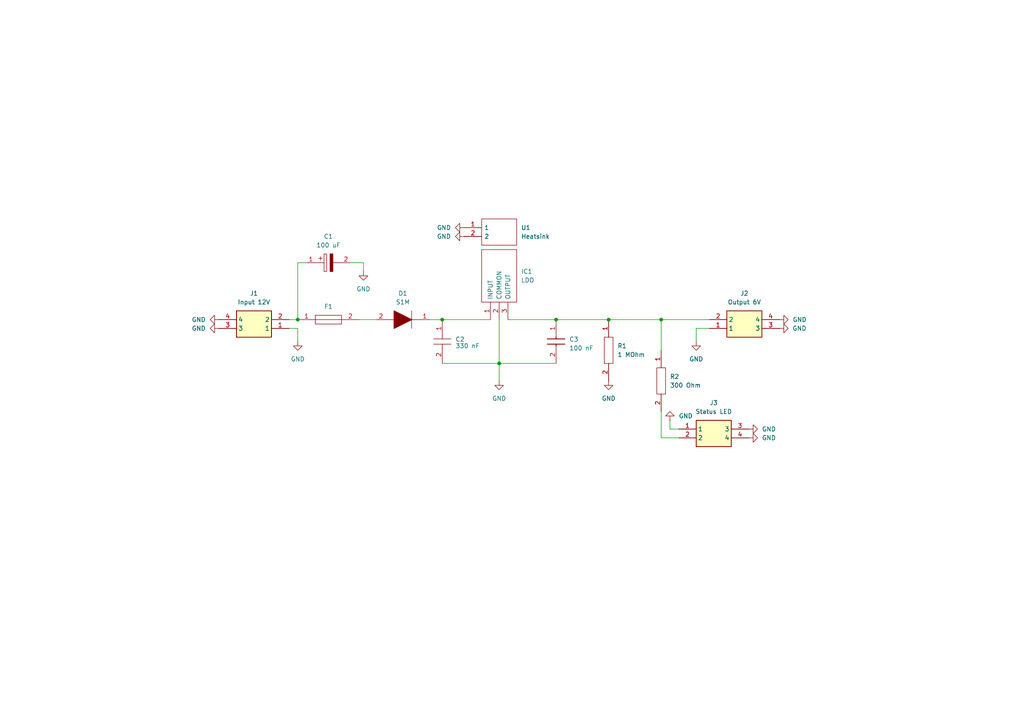
<source format=kicad_sch>
(kicad_sch (version 20231120) (generator "eeschema") (generator_version "8.0")
  (paper "A4")
  (title_block (title "Voltage Regulator for LNA ZX60-14LN-S+") (date "2024-11-06") (rev "1.0"))
  (lib_symbols
    (symbol "43650-0211:43650-0211"
      (property "Reference" "J" (at 16.51 7.62 0))
      (property "Value" "43650-0211" (at 16.51 5.08 0))
      (symbol "43650-0211_1_1"
        (rectangle (start 5.08 2.54) (end 15.24 -5.08) (stroke (width 0.254)) (fill (type background)))
        (pin passive line (at 20.32 -2.54 180) (length 5.08) (name "1") (number "1"))
        (pin passive line (at 20.32 0 180) (length 5.08) (name "2") (number "2"))
        (pin passive line (at 0 -2.54 0) (length 5.08) (name "3") (number "3"))
        (pin passive line (at 0 0 0) (length 5.08) (name "4") (number "4"))
      )
    )
    (symbol "Capacitor_Ceramic_100nF_muRata:GCM21BR72A104KA37L"
      (property "Reference" "C" (at 8.89 6.35 0))
      (symbol "GCM21BR72A104KA37L_1_0"
        (polyline (pts (xy 5.08 0) (xy 5.588 0)) (stroke (width 0.254)))
        (polyline (pts (xy 5.588 2.54) (xy 5.588 -2.54)) (stroke (width 0.254)))
        (polyline (pts (xy 7.112 0) (xy 7.62 0)) (stroke (width 0.254)))
        (polyline (pts (xy 7.112 2.54) (xy 7.112 -2.54)) (stroke (width 0.254)))
        (pin bidirectional line (at 0 0 0) (length 5.08) (name "1") (number "1"))
        (pin bidirectional line (at 12.7 0 180) (length 5.08) (name "2") (number "2"))
      )
    )
    (symbol "Capacitor_Ceramic_330nF_muRata:GRM21AR72A334KAC5L" (pin_names (offset 0.762))
      (property "Reference" "C" (at 8.89 6.35 0))
      (property "Value" "GRM21AR72A334KAC5L" (at 8.89 3.81 0))
      (symbol "GRM21AR72A334KAC5L_0_0"
        (pin passive line (at 0 0 0) (length 5.08) (name "~") (number "1"))
        (pin passive line (at 12.7 0 180) (length 5.08) (name "~") (number "2"))
      )
      (symbol "GRM21AR72A334KAC5L_0_1"
        (polyline (pts (xy 5.08 0) (xy 5.588 0)) (stroke (width 0.1524)))
        (polyline (pts (xy 5.588 2.54) (xy 5.588 -2.54)) (stroke (width 0.1524)))
        (polyline (pts (xy 7.112 0) (xy 7.62 0)) (stroke (width 0.1524)))
        (polyline (pts (xy 7.112 2.54) (xy 7.112 -2.54)) (stroke (width 0.1524)))
      )
    )
    (symbol "Capacitor_Tantalum_100uF_KEMET:T491X107K025AT" (pin_names (offset 0.762))
      (property "Reference" "C" (at 8.89 6.35 0))
      (property "Value" "T491X107K025AT" (at 8.89 3.81 0))
      (symbol "T491X107K025AT_0_0"
        (pin passive line (at 0 0 0) (length 2.54) (name "~") (number "1"))
        (pin passive line (at 12.7 0 180) (length 2.54) (name "~") (number "2"))
      )
      (symbol "T491X107K025AT_0_1"
        (polyline (pts (xy 2.54 0) (xy 5.08 0)) (stroke (width 0.1524)))
        (polyline (pts (xy 4.064 1.778) (xy 4.064 0.762)) (stroke (width 0.1524)))
        (polyline (pts (xy 4.572 1.27) (xy 3.556 1.27)) (stroke (width 0.1524)))
        (polyline (pts (xy 7.62 0) (xy 10.16 0)) (stroke (width 0.1524)))
        (polyline (pts (xy 5.08 2.54) (xy 5.08 -2.54) (xy 5.842 -2.54) (xy 5.842 2.54) (xy 5.08 2.54)) (stroke (width 0.1524)))
        (polyline (pts (xy 7.62 2.54) (xy 7.62 -2.54) (xy 6.858 -2.54) (xy 6.858 2.54) (xy 7.62 2.54)) (stroke (width 0.254)) (fill (type outline)))
      )
    )
    (symbol "Diode_1000V_1A_DO-2014AC:S1M" (pin_names (offset 0.762))
      (property "Reference" "D" (at 11.43 5.08 0))
      (property "Value" "S1M" (at 11.43 2.54 0))
      (symbol "S1M_0_0"
        (pin passive line (at 0 0 0) (length 2.54) (name "~") (number "1"))
        (pin passive line (at 15.24 0 180) (length 2.54) (name "~") (number "2"))
      )
      (symbol "S1M_0_1"
        (polyline (pts (xy 2.54 0) (xy 5.08 0)) (stroke (width 0.1524)))
        (polyline (pts (xy 5.08 2.54) (xy 5.08 -2.54)) (stroke (width 0.1524)))
        (polyline (pts (xy 10.16 0) (xy 12.7 0)) (stroke (width 0.1524)))
        (polyline (pts (xy 5.08 0) (xy 10.16 2.54) (xy 10.16 -2.54) (xy 5.08 0)) (stroke (width 0.254)) (fill (type outline)))
      )
    )
    (symbol "Fuse_1A_HolderAndFuse:0154001.DRT" (pin_names (offset 0.762))
      (property "Reference" "F" (at 13.97 6.35 0))
      (property "Value" "0154001.DRT" (at 13.97 3.81 0))
      (symbol "0154001.DRT_0_0"
        (pin passive line (at 0 0 0) (length 5.08) (name "~") (number "1"))
        (pin passive line (at 17.78 0 180) (length 5.08) (name "~") (number "2"))
      )
      (symbol "0154001.DRT_0_1"
        (polyline (pts (xy 5.08 0) (xy 12.7 0)) (stroke (width 0.1524)))
        (polyline (pts (xy 5.08 1.27) (xy 12.7 1.27) (xy 12.7 -1.27) (xy 5.08 -1.27) (xy 5.08 1.27)) (stroke (width 0.1524)))
      )
    )
    (symbol "Heatsink_TO-220:513002B02500G" (pin_names (offset 0.762))
      (property "Reference" "U" (at 16.51 7.62 0))
      (property "Value" "513002B02500G" (at 16.51 5.08 0))
      (symbol "513002B02500G_0_0"
        (pin passive line (at 0 0 0) (length 5.08) (name "1") (number "1"))
        (pin passive line (at 0 -2.54 0) (length 5.08) (name "2") (number "2"))
      )
      (symbol "513002B02500G_0_1"
        (polyline (pts (xy 5.08 2.54) (xy 15.24 2.54) (xy 15.24 -5.08) (xy 5.08 -5.08) (xy 5.08 2.54)) (stroke (width 0.1524)))
      )
    )
    (symbol "LDO_21-6V_BA17806CP-E2:BA17806CP-E2" (pin_names (offset 0.762))
      (property "Reference" "IC" (at 21.59 7.62 0))
      (property "Value" "BA17806CP-E2" (at 21.59 5.08 0))
      (symbol "BA17806CP-E2_0_0"
        (pin passive line (at 0 0 0) (length 5.08) (name "INPUT") (number "1"))
        (pin passive line (at 0 -2.54 0) (length 5.08) (name "COMMON") (number "2"))
        (pin passive line (at 0 -5.08 0) (length 5.08) (name "OUTPUT") (number "3"))
      )
      (symbol "BA17806CP-E2_0_1"
        (polyline (pts (xy 5.08 2.54) (xy 20.32 2.54) (xy 20.32 -7.62) (xy 5.08 -7.62) (xy 5.08 2.54)) (stroke (width 0.1524)))
      )
    )
    (symbol "Resistor_1MOhm_ThinFilm_SMD:ERA-6AEB105V" (pin_names (offset 0.762))
      (property "Reference" "R" (at 13.97 6.35 0))
      (property "Value" "ERA-6AEB105V" (at 13.97 3.81 0))
      (symbol "ERA-6AEB105V_0_0"
        (pin passive line (at 0 0 0) (length 5.08) (name "~") (number "1"))
        (pin passive line (at 17.78 0 180) (length 5.08) (name "~") (number "2"))
      )
      (symbol "ERA-6AEB105V_0_1"
        (polyline (pts (xy 5.08 1.27) (xy 12.7 1.27) (xy 12.7 -1.27) (xy 5.08 -1.27) (xy 5.08 1.27)) (stroke (width 0.1524)))
      )
    )
    (symbol "Resistor_200Ohm_ThickFilm_SMD:ERJ-U1TF2000U" (pin_names (offset 0.762))
      (property "Reference" "R" (at 13.97 6.35 0))
      (property "Value" "ERJ-U1TF2000U" (at 13.97 3.81 0))
      (symbol "ERJ-U1TF2000U_0_0"
        (pin passive line (at 0 0 0) (length 5.08) (name "~") (number "1"))
        (pin passive line (at 17.78 0 180) (length 5.08) (name "~") (number "2"))
      )
      (symbol "ERJ-U1TF2000U_0_1"
        (polyline (pts (xy 5.08 1.27) (xy 12.7 1.27) (xy 12.7 -1.27) (xy 5.08 -1.27) (xy 5.08 1.27)) (stroke (width 0.1524)))
      )
    )
    (symbol "power:GND" (power) (pin_numbers hide) (pin_names (offset 0) hide)
      (property "Value" "GND" (at 0 -3.81 0))
      (symbol "GND_0_1"
        (polyline (pts (xy 0 0) (xy 0 -1.27) (xy 1.27 -1.27) (xy 0 -2.54) (xy -1.27 -1.27) (xy 0 -1.27)))
      )
      (symbol "GND_1_1"
        (pin power_in line (at 0 0 270) (length 0) (name "~") (number "1"))
      )
    )
  )
  (junction (at 86.36 92.71))
  (junction (at 161.29 92.71))
  (junction (at 176.53 92.71))
  (junction (at 128.27 92.71))
  (junction (at 191.77 92.71))
  (junction (at 144.78 105.41))
  (wire (pts (xy 124.46 92.71) (xy 128.27 92.71)))
  (wire (pts (xy 147.32 92.71) (xy 161.29 92.71)))
  (wire (pts (xy 191.77 119.38) (xy 191.77 127)))
  (wire (pts (xy 144.78 105.41) (xy 144.78 110.49)))
  (wire (pts (xy 191.77 101.6) (xy 191.77 92.71)))
  (wire (pts (xy 176.53 92.71) (xy 191.77 92.71)))
  (wire (pts (xy 194.31 124.46) (xy 196.85 124.46)))
  (wire (pts (xy 88.9 76.2) (xy 86.36 76.2)))
  (wire (pts (xy 86.36 95.25) (xy 86.36 99.06)))
  (wire (pts (xy 83.82 92.71) (xy 86.36 92.71)))
  (wire (pts (xy 201.93 95.25) (xy 201.93 99.06)))
  (wire (pts (xy 83.82 95.25) (xy 86.36 95.25)))
  (wire (pts (xy 104.14 92.71) (xy 109.22 92.71)))
  (wire (pts (xy 144.78 105.41) (xy 161.29 105.41)))
  (wire (pts (xy 191.77 92.71) (xy 205.74 92.71)))
  (wire (pts (xy 194.31 121.92) (xy 194.31 124.46)))
  (wire (pts (xy 105.41 76.2) (xy 101.6 76.2)))
  (wire (pts (xy 128.27 105.41) (xy 144.78 105.41)))
  (wire (pts (xy 191.77 127) (xy 196.85 127)))
  (wire (pts (xy 128.27 92.71) (xy 142.24 92.71)))
  (wire (pts (xy 205.74 95.25) (xy 201.93 95.25)))
  (wire (pts (xy 105.41 76.2) (xy 105.41 78.74)))
  (wire (pts (xy 86.36 76.2) (xy 86.36 92.71)))
  (wire (pts (xy 161.29 92.71) (xy 176.53 92.71)))
  (wire (pts (xy 144.78 92.71) (xy 144.78 105.41)))
  (symbol (lib_id "43650-0211:43650-0211") (at 63.5 92.71 0) (unit 1)
    (property "Reference" "J1" (at 73.66 85.09 0))
    (property "Value" "Input 12V" (at 73.66 87.63 0))
    (property "Footprint" "Molex_Microfit_2Pin:43650-02YY_091011" (effects (hide yes)))
    (property "Datasheet" "https://www.molex.com/pdm_docs/sd/436500209_sd.pdf" (effects (hide yes)))
    (property "Description" "Micro-Fit 3.0 Right-Angle Header, 3.00mm Pitch, Single Row, 2 Circuits, with PCB Press-fit Metal Retention Clip, Glow-Wire Capable, Black, Tape and Reel" (effects (hide yes)))
    (property "Height" "5.57" (effects (hide yes)))
    (property "Mouser Part Number" "538-43650-0211" (effects (hide yes)))
    (property "Mouser Price/Stock" "https://www.mouser.co.uk/ProductDetail/Molex/43650-0211?qs=z57USrEQgt0F0sS1hGS9Bw%3D%3D" (effects (hide yes)))
    (property "Manufacturer_Name" "Molex" (effects (hide yes)))
    (property "Manufacturer_Part_Number" "43650-0211" (effects (hide yes)))
  )
  (symbol (lib_id "power:GND") (at 201.93 99.06 0) (unit 1)
    (property "Reference" "#PWR06" (effects (hide yes)))
    (property "Value" "GND" (at 201.93 104.14 0))
    (property "Description" "Power symbol creates a global label with name \"GND\" , ground" (effects (hide yes)))
  )
  (symbol (lib_id "power:GND") (at 226.06 92.71 90) (unit 1)
    (property "Reference" "#PWR09" (effects (hide yes)))
    (property "Value" "GND" (at 229.87 92.7099 90) (effects (justify right)))
    (property "Description" "Power symbol creates a global label with name \"GND\" , ground" (effects (hide yes)))
  )
  (symbol (lib_id "power:GND") (at 226.06 95.25 90) (unit 1)
    (property "Reference" "#PWR010" (effects (hide yes)))
    (property "Value" "GND" (at 229.8254 95.2499 90) (effects (justify right)))
    (property "Description" "Power symbol creates a global label with name \"GND\" , ground" (effects (hide yes)))
  )
  (symbol (lib_id "power:GND") (at 217.17 127 90) (unit 1)
    (property "Reference" "#PWR07" (effects (hide yes)))
    (property "Value" "GND" (at 220.98 126.9999 90) (effects (justify right)))
    (property "Description" "Power symbol creates a global label with name \"GND\" , ground" (effects (hide yes)))
  )
  (symbol (lib_id "Capacitor_Ceramic_330nF_muRata:GRM21AR72A334KAC5L") (at 128.27 92.71 270) (unit 1)
    (property "Reference" "C2" (at 132.08 98.4249 90) (effects (justify left)))
    (property "Value" "330 nF" (at 132.08 100.33 90) (effects (justify left)))
    (property "Footprint" "Capacitor_Ceramic_330nF:CAPC2012X100N" (effects (hide yes)))
    (property "Description" "Multilayer Ceramic Capacitors MLCC - SMD/SMT .33uF 100Volts 10%" (effects (hide yes)))
    (property "Description_1" "Multilayer Ceramic Capacitors MLCC - SMD/SMT .33uF 100Volts 10%" (effects (hide yes)))
    (property "Height" "1" (effects (hide yes)))
    (property "Mouser Part Number" "81-GRM21AR72A334KA5L" (effects (hide yes)))
    (property "Mouser Price/Stock" "https://www.mouser.co.uk/ProductDetail/Murata-Electronics/GRM21AR72A334KAC5L?qs=vS1sKHMaE9WxhFYLmviwXA%3D%3D" (effects (hide yes)))
    (property "Manufacturer_Name" "Murata Electronics" (effects (hide yes)))
    (property "Manufacturer_Part_Number" "GRM21AR72A334KAC5L" (effects (hide yes)))
  )
  (symbol (lib_id "power:GND") (at 194.31 121.92 180) (unit 1)
    (property "Reference" "#PWR05" (effects (hide yes)))
    (property "Value" "GND" (at 196.85 120.6499 0) (effects (justify right)))
    (property "Description" "Power symbol creates a global label with name \"GND\" , ground" (effects (hide yes)))
  )
  (symbol (lib_id "power:GND") (at 144.78 110.49 0) (unit 1)
    (property "Reference" "#PWR03" (effects (hide yes)))
    (property "Value" "GND" (at 144.78 115.57 0))
    (property "Description" "Power symbol creates a global label with name \"GND\" , ground" (effects (hide yes)))
  )
  (symbol (lib_id "power:GND") (at 217.17 124.46 90) (unit 1)
    (property "Reference" "#PWR08" (effects (hide yes)))
    (property "Value" "GND" (at 220.98 124.4599 90) (effects (justify right)))
    (property "Description" "Power symbol creates a global label with name \"GND\" , ground" (effects (hide yes)))
  )
  (symbol (lib_id "Resistor_1MOhm_ThinFilm_SMD:ERA-6AEB105V") (at 176.53 92.71 270) (unit 1)
    (property "Reference" "R1" (at 179.07 100.3299 90) (effects (justify left)))
    (property "Value" "1 MOhm" (at 179.07 102.8699 90) (effects (justify left)))
    (property "Footprint" "Resistor_1MOhm_ThinFilm:ERA6AEB101V" (effects (hide yes)))
    (property "Datasheet" "https://industrial.panasonic.com/cdbs/www-data/pdf/RDM0000/AOA0000C307.pdf" (effects (hide yes)))
    (property "Description" "Thin Film Resistors - SMD 0805 1/8W 1.0Mohms" (effects (hide yes)))
    (property "Description_1" "Thin Film Resistors - SMD 0805 1/8W 1.0Mohms" (effects (hide yes)))
    (property "Height" "0.6" (effects (hide yes)))
    (property "Mouser Part Number" "667-ERA-6AEB105V" (effects (hide yes)))
    (property "Mouser Price/Stock" "https://www.mouser.co.uk/ProductDetail/Panasonic/ERA-6AEB105V?qs=2pXEX08Cf1VGLbL%252By9J2zw%3D%3D" (effects (hide yes)))
    (property "Manufacturer_Name" "Panasonic" (effects (hide yes)))
    (property "Manufacturer_Part_Number" "ERA-6AEB105V" (effects (hide yes)))
  )
  (symbol (lib_id "43650-0211:43650-0211") (at 217.17 127 180) (unit 1)
    (property "Reference" "J3" (at 207.01 116.84 0))
    (property "Value" "Status LED" (at 207.01 119.38 0))
    (property "Footprint" "Molex_Microfit_2Pin:43650-02YY_091011" (effects (hide yes)))
    (property "Datasheet" "https://www.molex.com/pdm_docs/sd/436500209_sd.pdf" (effects (hide yes)))
    (property "Description" "Micro-Fit 3.0 Right-Angle Header, 3.00mm Pitch, Single Row, 2 Circuits, with PCB Press-fit Metal Retention Clip, Glow-Wire Capable, Black, Tape and Reel" (effects (hide yes)))
    (property "Height" "5.57" (effects (hide yes)))
    (property "Mouser Part Number" "538-43650-0211" (effects (hide yes)))
    (property "Mouser Price/Stock" "https://www.mouser.co.uk/ProductDetail/Molex/43650-0211?qs=z57USrEQgt0F0sS1hGS9Bw%3D%3D" (effects (hide yes)))
    (property "Manufacturer_Name" "Molex" (effects (hide yes)))
    (property "Manufacturer_Part_Number" "43650-0211" (effects (hide yes)))
  )
  (symbol (lib_id "power:GND") (at 134.62 68.58 270) (unit 1)
    (property "Reference" "#PWR012" (effects (hide yes)))
    (property "Value" "GND" (at 130.81 68.5799 90) (effects (justify right)))
    (property "Description" "Power symbol creates a global label with name \"GND\" , ground" (effects (hide yes)))
  )
  (symbol (lib_id "power:GND") (at 63.5 92.71 270) (unit 1)
    (property "Reference" "#PWR013" (effects (hide yes)))
    (property "Value" "GND" (at 59.69 92.7099 90) (effects (justify right)))
    (property "Description" "Power symbol creates a global label with name \"GND\" , ground" (effects (hide yes)))
  )
  (symbol (lib_id "Resistor_200Ohm_ThickFilm_SMD:ERJ-U1TF2000U") (at 191.77 101.6 270) (unit 1)
    (property "Reference" "R2" (at 194.31 109.2199 90) (effects (justify left)))
    (property "Value" "300 Ohm" (at 194.31 111.7599 90) (effects (justify left)))
    (property "Footprint" "Resistor_200Ohm_ThickFilm:ERJS1T_U1T__2512_" (effects (hide yes)))
    (property "Datasheet" "https://componentsearchengine.com/Datasheets/1/ERJ-U1TF2000U.pdf" (effects (hide yes)))
    (property "Description" "Thick Film Resistors - SMD 2512 1% 200ohm Anti-Sulfur AEC-Q200" (effects (hide yes)))
    (property "Description_1" "Thick Film Resistors - SMD 2512 1% 200ohm Anti-Sulfur AEC-Q200" (effects (hide yes)))
    (property "Height" "0.7" (effects (hide yes)))
    (property "Mouser Part Number" "667-ERJ-U1TF2000U" (effects (hide yes)))
    (property "Mouser Price/Stock" "https://www.mouser.com/Search/Refine.aspx?Keyword=667-ERJ-U1TF2000U" (effects (hide yes)))
    (property "Manufacturer_Name" "Panasonic" (effects (hide yes)))
    (property "Manufacturer_Part_Number" "ERJ-U1TF2000U" (effects (hide yes)))
  )
  (symbol (lib_id "power:GND") (at 105.41 78.74 0) (unit 1)
    (property "Reference" "#PWR02" (effects (hide yes)))
    (property "Value" "GND" (at 105.41 83.82 0))
    (property "Description" "Power symbol creates a global label with name \"GND\" , ground" (effects (hide yes)))
  )
  (symbol (lib_id "power:GND") (at 176.53 110.49 0) (unit 1)
    (property "Reference" "#PWR04" (effects (hide yes)))
    (property "Value" "GND" (at 176.53 115.57 0))
    (property "Description" "Power symbol creates a global label with name \"GND\" , ground" (effects (hide yes)))
  )
  (symbol (lib_id "power:GND") (at 63.5 95.25 270) (unit 1)
    (property "Reference" "#PWR014" (effects (hide yes)))
    (property "Value" "GND" (at 59.69 95.2499 90) (effects (justify right)))
    (property "Description" "Power symbol creates a global label with name \"GND\" , ground" (effects (hide yes)))
  )
  (symbol (lib_id "Fuse_1A_HolderAndFuse:0154001.DRT") (at 86.36 92.71 0) (unit 1)
    (property "Reference" "F1" (at 95.25 88.9 0))
    (property "Value" "0154001.DRT" (effects (hide yes)))
    (property "Footprint" "Fuse_1A_Fuse_and_Holder:0154001.DRT" (effects (hide yes)))
    (property "Datasheet" "https://datasheet.datasheetarchive.com/originals/distributors/Datasheets-DGA19/20965.pdf" (effects (hide yes)))
    (property "Description" "Fuse SMD NANO2 1A T anti surge w/holder Littelfuse 1A T Surface Mount Fuse, 125 V ac/dc" (effects (hide yes)))
    (property "Description_1" "Fuse SMD NANO2 1A T anti surge w/holder Littelfuse 1A T Surface Mount Fuse, 125 V ac/dc" (effects (hide yes)))
    (property "Mouser Part Number" "576-0154001.DRT" (effects (hide yes)))
    (property "Mouser Price/Stock" "https://www.mouser.co.uk/ProductDetail/Littelfuse/0154001.DRT?qs=gu7KAQ731UQPKHSDuMkClg%3D%3D" (effects (hide yes)))
    (property "Manufacturer_Name" "LITTELFUSE" (effects (hide yes)))
    (property "Manufacturer_Part_Number" "0154001.DRT" (effects (hide yes)))
  )
  (symbol (lib_id "Diode_1000V_1A_DO-2014AC:S1M") (at 124.46 92.71 180) (unit 1)
    (property "Reference" "D1" (at 116.84 85.09 0))
    (property "Value" "S1M" (at 116.84 87.63 0))
    (property "Footprint" "Diode_1000V_1A_DO-214AC:DIOM5227X270N" (effects (hide yes)))
    (property "Datasheet" "https://componentsearchengine.com/Datasheets/2/S1M.pdf" (effects (hide yes)))
    (property "Description" "ON SEMICONDUCTOR - S1M - DIODE, STANDARD, 1A, 1000V, SMD" (effects (hide yes)))
    (property "Description_1" "ON SEMICONDUCTOR - S1M - DIODE, STANDARD, 1A, 1000V, SMD" (effects (hide yes)))
    (property "Height" "2.7" (effects (hide yes)))
    (property "Mouser Part Number" "512-S1M" (effects (hide yes)))
    (property "Mouser Price/Stock" "https://www.mouser.co.uk/ProductDetail/onsemi-Fairchild/S1M?qs=RJwZ8kJo1mhFujnIpzoJdg%3D%3D" (effects (hide yes)))
    (property "Manufacturer_Name" "onsemi" (effects (hide yes)))
    (property "Manufacturer_Part_Number" "S1M" (effects (hide yes)))
  )
  (symbol (lib_id "Capacitor_Tantalum_100uF_KEMET:T491X107K025AT") (at 88.9 76.2 0) (unit 1)
    (property "Reference" "C1" (at 95.25 68.58 0))
    (property "Value" "100 uF" (at 95.25 71.12 0))
    (property "Footprint" "Capacitor_Tantalum_100uF:T491X" (effects (hide yes)))
    (property "Datasheet" "https://content.kemet.com/datasheets/KEM_T2005_T491.pdf" (effects (hide yes)))
    (property "Description" "T491, Tantalum, MnO2 Tantalum, Commercial Grade, 100 uF, 10%, 25 VDC, 125C, -55C, 85C, SMD, MnO2, Molded, 8 % , 300 mOhms, 25 uA, 652.04 mg, 7343, 4mm, Height Max = 4.3mm, 500, 156  Weeks" (effects (hide yes)))
    (property "Description_1" "T491, Tantalum, MnO2 Tantalum, Commercial Grade, 100 uF, 10%, 25 VDC, 125C, -55C, 85C, SMD, MnO2, Molded, 8 % , 300 mOhms, 25 uA, 652.04 mg, 7343, 4mm, Height Max = 4.3mm, 500, 156  Weeks" (effects (hide yes)))
    (property "Height" "4.3" (effects (hide yes)))
    (property "Mouser Part Number" "80-T491X107K025AT" (effects (hide yes)))
    (property "Mouser Price/Stock" "https://www.mouser.co.uk/ProductDetail/KEMET/T491X107K025AT?qs=QpHsZXO%252BQJ%252BKFgQiUckA6A%3D%3D" (effects (hide yes)))
    (property "Manufacturer_Name" "KEMET" (effects (hide yes)))
    (property "Manufacturer_Part_Number" "T491X107K025AT" (effects (hide yes)))
  )
  (symbol (lib_id "Capacitor_Ceramic_100nF_muRata:GCM21BR72A104KA37L") (at 161.29 92.71 270) (unit 1)
    (property "Reference" "C3" (at 165.1 98.425 90) (effects (justify left)))
    (property "Value" "100 nF" (at 165.1 100.965 90) (effects (justify left)))
    (property "Footprint" "Capacitor_Ceramic_100nF:CAPC2012X140N" (effects (hide yes)))
    (property "Description" "Ceramic  SMT capacitor 100nF 100Vdc Murata 100nF Multilayer Ceramic Capacitor (MLCC) 100 V dc +/-10% X7R dielectric GCM Surface Mount max op. temp. +125C\n\nSource: https://psearch.en.murata.com/capacitor/product/GCM21BR72A104KA37#.html  Datasheet" (effects (hide yes)))
  )
  (symbol (lib_id "Heatsink_TO-220:513002B02500G") (at 134.62 66.04 0) (unit 1)
    (property "Reference" "U1" (at 151.13 66.0399 0) (effects (justify left)))
    (property "Value" "Heatsink" (at 151.13 68.5799 0) (effects (justify left)))
    (property "Footprint" "Heatsink_TO-220:513002B02500G" (effects (hide yes)))
    (property "Description" "AAVID THERMALLOY - 513002B02500G - HEAT SINK" (effects (hide yes)))
    (property "Description_1" "AAVID THERMALLOY - 513002B02500G - HEAT SINK" (effects (hide yes)))
    (property "Height" "25.4" (effects (hide yes)))
    (property "Mouser Part Number" "532-513002B25G" (effects (hide yes)))
    (property "Mouser Price/Stock" "https://www.mouser.co.uk/ProductDetail/Aavid/513002B02500G?qs=FlsQBa5xHTbPBByZnQTykg%3D%3D" (effects (hide yes)))
    (property "Manufacturer_Name" "Aavid Thermalloy" (effects (hide yes)))
    (property "Manufacturer_Part_Number" "513002B02500G" (effects (hide yes)))
  )
  (symbol (lib_id "power:GND") (at 86.36 99.06 0) (unit 1)
    (property "Reference" "#PWR01" (effects (hide yes)))
    (property "Value" "GND" (at 86.36 104.14 0))
    (property "Description" "Power symbol creates a global label with name \"GND\" , ground" (effects (hide yes)))
  )
  (symbol (lib_id "power:GND") (at 134.62 66.04 270) (unit 1)
    (property "Reference" "#PWR011" (effects (hide yes)))
    (property "Value" "GND" (at 130.81 66.0399 90) (effects (justify right)))
    (property "Description" "Power symbol creates a global label with name \"GND\" , ground" (effects (hide yes)))
  )
  (symbol (lib_id "LDO_21-6V_BA17806CP-E2:BA17806CP-E2") (at 142.24 92.71 90) (unit 1)
    (property "Reference" "IC1" (at 151.13 78.7399 90) (effects (justify right)))
    (property "Value" "LDO" (at 151.13 81.2799 90) (effects (justify right)))
    (property "Footprint" "LDO_21V-6V_BA17806CP-E2:TO254P460X1010X1720-3P" (effects (hide yes)))
    (property "Datasheet" "https://fscdn.rohm.com/jp/products/databook/datasheet/ic/power/linear_regulator/ba178_series-j.pdf" (effects (hide yes)))
    (property "Description" "Standard Voltage Regulators" (effects (hide yes)))
    (property "Description_1" "Standard Voltage Regulators" (effects (hide yes)))
    (property "Height" "4.6" (effects (hide yes)))
    (property "Mouser Part Number" "755-BA17806CP-E2" (effects (hide yes)))
    (property "Mouser Price/Stock" "https://www.mouser.co.uk/ProductDetail/ROHM-Semiconductor/BA17806CP-E2?qs=IsRgwgmxh6%252Bu7gXf8CL%252Bqw%3D%3D" (effects (hide yes)))
    (property "Manufacturer_Name" "ROHM Semiconductor" (effects (hide yes)))
    (property "Manufacturer_Part_Number" "BA17806CP-E2" (effects (hide yes)))
  )
  (symbol (lib_id "43650-0211:43650-0211") (at 226.06 92.71 0) (mirror y) (unit 1)
    (property "Reference" "J2" (at 215.9 85.09 0))
    (property "Value" "Output 6V" (at 215.9 87.63 0))
    (property "Footprint" "Molex_Microfit_2Pin:43650-02YY_091011" (effects (hide yes)))
    (property "Datasheet" "https://www.molex.com/pdm_docs/sd/436500209_sd.pdf" (effects (hide yes)))
    (property "Description" "Micro-Fit 3.0 Right-Angle Header, 3.00mm Pitch, Single Row, 2 Circuits, with PCB Press-fit Metal Retention Clip, Glow-Wire Capable, Black, Tape and Reel" (effects (hide yes)))
    (property "Height" "5.57" (effects (hide yes)))
    (property "Mouser Part Number" "538-43650-0211" (effects (hide yes)))
    (property "Mouser Price/Stock" "https://www.mouser.co.uk/ProductDetail/Molex/43650-0211?qs=z57USrEQgt0F0sS1hGS9Bw%3D%3D" (effects (hide yes)))
    (property "Manufacturer_Name" "Molex" (effects (hide yes)))
    (property "Manufacturer_Part_Number" "43650-0211" (effects (hide yes)))
  )
)
</source>
